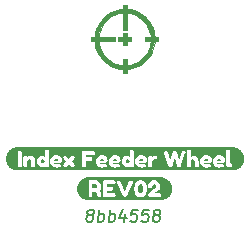
<source format=gto>
G04 #@! TF.GenerationSoftware,KiCad,Pcbnew,6.0.0-d3dd2cf0fa~116~ubuntu21.10.1*
G04 #@! TF.CreationDate,2022-02-12T15:32:37+00:00*
G04 #@! TF.ProjectId,indexingWheel,696e6465-7869-46e6-9757-6865656c2e6b,rev?*
G04 #@! TF.SameCoordinates,Original*
G04 #@! TF.FileFunction,Legend,Top*
G04 #@! TF.FilePolarity,Positive*
%FSLAX46Y46*%
G04 Gerber Fmt 4.6, Leading zero omitted, Abs format (unit mm)*
G04 Created by KiCad (PCBNEW 6.0.0-d3dd2cf0fa~116~ubuntu21.10.1) date 2022-02-12 15:32:37*
%MOMM*%
%LPD*%
G01*
G04 APERTURE LIST*
%ADD10C,0.150000*%
%ADD11C,0.010000*%
G04 APERTURE END LIST*
D10*
X150124852Y-107313033D02*
X150035566Y-107265414D01*
X149993899Y-107217795D01*
X149958185Y-107122557D01*
X149964137Y-107074938D01*
X150023661Y-106979700D01*
X150077233Y-106932081D01*
X150178423Y-106884461D01*
X150368899Y-106884461D01*
X150458185Y-106932081D01*
X150499852Y-106979700D01*
X150535566Y-107074938D01*
X150529613Y-107122557D01*
X150470090Y-107217795D01*
X150416518Y-107265414D01*
X150315328Y-107313033D01*
X150124852Y-107313033D01*
X150023661Y-107360652D01*
X149970090Y-107408271D01*
X149910566Y-107503509D01*
X149886756Y-107693985D01*
X149922471Y-107789223D01*
X149964137Y-107836842D01*
X150053423Y-107884461D01*
X150243899Y-107884461D01*
X150345090Y-107836842D01*
X150398661Y-107789223D01*
X150458185Y-107693985D01*
X150481994Y-107503509D01*
X150446280Y-107408271D01*
X150404613Y-107360652D01*
X150315328Y-107313033D01*
X150862947Y-107884461D02*
X150987947Y-106884461D01*
X150940328Y-107265414D02*
X151041518Y-107217795D01*
X151231994Y-107217795D01*
X151321280Y-107265414D01*
X151362947Y-107313033D01*
X151398661Y-107408271D01*
X151362947Y-107693985D01*
X151303423Y-107789223D01*
X151249852Y-107836842D01*
X151148661Y-107884461D01*
X150958185Y-107884461D01*
X150868899Y-107836842D01*
X151767709Y-107884461D02*
X151892709Y-106884461D01*
X151845090Y-107265414D02*
X151946280Y-107217795D01*
X152136756Y-107217795D01*
X152226042Y-107265414D01*
X152267709Y-107313033D01*
X152303423Y-107408271D01*
X152267709Y-107693985D01*
X152208185Y-107789223D01*
X152154613Y-107836842D01*
X152053423Y-107884461D01*
X151862947Y-107884461D01*
X151773661Y-107836842D01*
X153184375Y-107217795D02*
X153101042Y-107884461D01*
X152993899Y-106836842D02*
X152666518Y-107551128D01*
X153285566Y-107551128D01*
X154226042Y-106884461D02*
X153749852Y-106884461D01*
X153642709Y-107360652D01*
X153696280Y-107313033D01*
X153797471Y-107265414D01*
X154035566Y-107265414D01*
X154124852Y-107313033D01*
X154166518Y-107360652D01*
X154202233Y-107455890D01*
X154172471Y-107693985D01*
X154112947Y-107789223D01*
X154059375Y-107836842D01*
X153958185Y-107884461D01*
X153720090Y-107884461D01*
X153630804Y-107836842D01*
X153589137Y-107789223D01*
X155178423Y-106884461D02*
X154702233Y-106884461D01*
X154595090Y-107360652D01*
X154648661Y-107313033D01*
X154749852Y-107265414D01*
X154987947Y-107265414D01*
X155077233Y-107313033D01*
X155118899Y-107360652D01*
X155154613Y-107455890D01*
X155124852Y-107693985D01*
X155065328Y-107789223D01*
X155011756Y-107836842D01*
X154910566Y-107884461D01*
X154672471Y-107884461D01*
X154583185Y-107836842D01*
X154541518Y-107789223D01*
X155743899Y-107313033D02*
X155654613Y-107265414D01*
X155612947Y-107217795D01*
X155577233Y-107122557D01*
X155583185Y-107074938D01*
X155642709Y-106979700D01*
X155696280Y-106932081D01*
X155797471Y-106884461D01*
X155987947Y-106884461D01*
X156077233Y-106932081D01*
X156118899Y-106979700D01*
X156154613Y-107074938D01*
X156148661Y-107122557D01*
X156089137Y-107217795D01*
X156035566Y-107265414D01*
X155934375Y-107313033D01*
X155743899Y-107313033D01*
X155642709Y-107360652D01*
X155589137Y-107408271D01*
X155529613Y-107503509D01*
X155505804Y-107693985D01*
X155541518Y-107789223D01*
X155583185Y-107836842D01*
X155672471Y-107884461D01*
X155862947Y-107884461D01*
X155964137Y-107836842D01*
X156017709Y-107789223D01*
X156077233Y-107693985D01*
X156101042Y-107503509D01*
X156065328Y-107408271D01*
X156023661Y-107360652D01*
X155934375Y-107313033D01*
D11*
X153282191Y-89868183D02*
X153376727Y-89877869D01*
X153376727Y-89877869D02*
X153635818Y-89918542D01*
X153635818Y-89918542D02*
X153891128Y-89987109D01*
X153891128Y-89987109D02*
X154142837Y-90083621D01*
X154142837Y-90083621D02*
X154262913Y-90140131D01*
X154262913Y-90140131D02*
X154405532Y-90215732D01*
X154405532Y-90215732D02*
X154532392Y-90293343D01*
X154532392Y-90293343D02*
X154650671Y-90378210D01*
X154650671Y-90378210D02*
X154767549Y-90475573D01*
X154767549Y-90475573D02*
X154890203Y-90590678D01*
X154890203Y-90590678D02*
X154919412Y-90619638D01*
X154919412Y-90619638D02*
X155039244Y-90744589D01*
X155039244Y-90744589D02*
X155140152Y-90862143D01*
X155140152Y-90862143D02*
X155227380Y-90979479D01*
X155227380Y-90979479D02*
X155306170Y-91103775D01*
X155306170Y-91103775D02*
X155381767Y-91242211D01*
X155381767Y-91242211D02*
X155398919Y-91276136D01*
X155398919Y-91276136D02*
X155508919Y-91526173D01*
X155508919Y-91526173D02*
X155590947Y-91779725D01*
X155590947Y-91779725D02*
X155645057Y-92036972D01*
X155645057Y-92036972D02*
X155661181Y-92162322D01*
X155661181Y-92162322D02*
X155670866Y-92256859D01*
X155670866Y-92256859D02*
X155963302Y-92256859D01*
X155963302Y-92256859D02*
X155963302Y-92581414D01*
X155963302Y-92581414D02*
X155670257Y-92581414D01*
X155670257Y-92581414D02*
X155660393Y-92676664D01*
X155660393Y-92676664D02*
X155620517Y-92933090D01*
X155620517Y-92933090D02*
X155554335Y-93183114D01*
X155554335Y-93183114D02*
X155461094Y-93429289D01*
X155461094Y-93429289D02*
X155398919Y-93562136D01*
X155398919Y-93562136D02*
X155323318Y-93704755D01*
X155323318Y-93704755D02*
X155245706Y-93831615D01*
X155245706Y-93831615D02*
X155160840Y-93949894D01*
X155160840Y-93949894D02*
X155063477Y-94066772D01*
X155063477Y-94066772D02*
X154948372Y-94189426D01*
X154948372Y-94189426D02*
X154919412Y-94218635D01*
X154919412Y-94218635D02*
X154794461Y-94338467D01*
X154794461Y-94338467D02*
X154676907Y-94439375D01*
X154676907Y-94439375D02*
X154559571Y-94526603D01*
X154559571Y-94526603D02*
X154435274Y-94605393D01*
X154435274Y-94605393D02*
X154296838Y-94680990D01*
X154296838Y-94680990D02*
X154262913Y-94698142D01*
X154262913Y-94698142D02*
X154012877Y-94808142D01*
X154012877Y-94808142D02*
X153759324Y-94890170D01*
X153759324Y-94890170D02*
X153502078Y-94944280D01*
X153502078Y-94944280D02*
X153376727Y-94960404D01*
X153376727Y-94960404D02*
X153282191Y-94970089D01*
X153282191Y-94970089D02*
X153282191Y-95262525D01*
X153282191Y-95262525D02*
X152957636Y-95262525D01*
X152957636Y-95262525D02*
X152957636Y-94970089D01*
X152957636Y-94970089D02*
X152863099Y-94960404D01*
X152863099Y-94960404D02*
X152604009Y-94919730D01*
X152604009Y-94919730D02*
X152348698Y-94851164D01*
X152348698Y-94851164D02*
X152096990Y-94754651D01*
X152096990Y-94754651D02*
X151976913Y-94698142D01*
X151976913Y-94698142D02*
X151834295Y-94622541D01*
X151834295Y-94622541D02*
X151707435Y-94544929D01*
X151707435Y-94544929D02*
X151589156Y-94460063D01*
X151589156Y-94460063D02*
X151472278Y-94362700D01*
X151472278Y-94362700D02*
X151349623Y-94247595D01*
X151349623Y-94247595D02*
X151320415Y-94218635D01*
X151320415Y-94218635D02*
X151200583Y-94093684D01*
X151200583Y-94093684D02*
X151099675Y-93976130D01*
X151099675Y-93976130D02*
X151012447Y-93858794D01*
X151012447Y-93858794D02*
X150933656Y-93734497D01*
X150933656Y-93734497D02*
X150858060Y-93596061D01*
X150858060Y-93596061D02*
X150840908Y-93562136D01*
X150840908Y-93562136D02*
X150730908Y-93312100D01*
X150730908Y-93312100D02*
X150648879Y-93058547D01*
X150648879Y-93058547D02*
X150594770Y-92801301D01*
X150594770Y-92801301D02*
X150578646Y-92675950D01*
X150578646Y-92675950D02*
X150568960Y-92581414D01*
X150568960Y-92581414D02*
X150276525Y-92581414D01*
X150276525Y-92581414D02*
X150276525Y-92256859D01*
X150276525Y-92256859D02*
X150568960Y-92256859D01*
X150568960Y-92256859D02*
X150907627Y-92256859D01*
X150907627Y-92256859D02*
X152322636Y-92256859D01*
X152322636Y-92256859D02*
X152322636Y-92581414D01*
X152322636Y-92581414D02*
X150907627Y-92581414D01*
X150907627Y-92581414D02*
X150917334Y-92676664D01*
X150917334Y-92676664D02*
X150953219Y-92896394D01*
X150953219Y-92896394D02*
X151015264Y-93116648D01*
X151015264Y-93116648D02*
X151101747Y-93333556D01*
X151101747Y-93333556D02*
X151210951Y-93543246D01*
X151210951Y-93543246D02*
X151341154Y-93741847D01*
X151341154Y-93741847D02*
X151453057Y-93882939D01*
X151453057Y-93882939D02*
X151606262Y-94040902D01*
X151606262Y-94040902D02*
X151780908Y-94185458D01*
X151780908Y-94185458D02*
X151972315Y-94313885D01*
X151972315Y-94313885D02*
X152175803Y-94423464D01*
X152175803Y-94423464D02*
X152386693Y-94511471D01*
X152386693Y-94511471D02*
X152600304Y-94575187D01*
X152600304Y-94575187D02*
X152669390Y-94590183D01*
X152669390Y-94590183D02*
X152742621Y-94604410D01*
X152742621Y-94604410D02*
X152794978Y-94614006D01*
X152794978Y-94614006D02*
X152833238Y-94619991D01*
X152833238Y-94619991D02*
X152864176Y-94623384D01*
X152864176Y-94623384D02*
X152894571Y-94625206D01*
X152894571Y-94625206D02*
X152904719Y-94625604D01*
X152904719Y-94625604D02*
X152957636Y-94627525D01*
X152957636Y-94627525D02*
X152957636Y-94133636D01*
X152957636Y-94133636D02*
X153282191Y-94133636D01*
X153282191Y-94133636D02*
X153282191Y-94631423D01*
X153282191Y-94631423D02*
X153377441Y-94621716D01*
X153377441Y-94621716D02*
X153596156Y-94585964D01*
X153596156Y-94585964D02*
X153814948Y-94524416D01*
X153814948Y-94524416D02*
X154029767Y-94439195D01*
X154029767Y-94439195D02*
X154236564Y-94332424D01*
X154236564Y-94332424D02*
X154431289Y-94206227D01*
X154431289Y-94206227D02*
X154609891Y-94062726D01*
X154609891Y-94062726D02*
X154768321Y-93904045D01*
X154768321Y-93904045D02*
X154786770Y-93882939D01*
X154786770Y-93882939D02*
X154931780Y-93695351D01*
X154931780Y-93695351D02*
X155057095Y-93493732D01*
X155057095Y-93493732D02*
X155160997Y-93281954D01*
X155160997Y-93281954D02*
X155241765Y-93063889D01*
X155241765Y-93063889D02*
X155297682Y-92843407D01*
X155297682Y-92843407D02*
X155322493Y-92676664D01*
X155322493Y-92676664D02*
X155332200Y-92581414D01*
X155332200Y-92581414D02*
X154834413Y-92581414D01*
X154834413Y-92581414D02*
X154834413Y-92256859D01*
X154834413Y-92256859D02*
X155332200Y-92256859D01*
X155332200Y-92256859D02*
X155322493Y-92161609D01*
X155322493Y-92161609D02*
X155286607Y-91941879D01*
X155286607Y-91941879D02*
X155224563Y-91721625D01*
X155224563Y-91721625D02*
X155138080Y-91504717D01*
X155138080Y-91504717D02*
X155028876Y-91295027D01*
X155028876Y-91295027D02*
X154898672Y-91096426D01*
X154898672Y-91096426D02*
X154786770Y-90955334D01*
X154786770Y-90955334D02*
X154631189Y-90794878D01*
X154631189Y-90794878D02*
X154454921Y-90649334D01*
X154454921Y-90649334D02*
X154262017Y-90520824D01*
X154262017Y-90520824D02*
X154056527Y-90411472D01*
X154056527Y-90411472D02*
X153842501Y-90323400D01*
X153842501Y-90323400D02*
X153623989Y-90258732D01*
X153623989Y-90258732D02*
X153405040Y-90219590D01*
X153405040Y-90219590D02*
X153377441Y-90216557D01*
X153377441Y-90216557D02*
X153282191Y-90206850D01*
X153282191Y-90206850D02*
X153282191Y-91621859D01*
X153282191Y-91621859D02*
X152957636Y-91621859D01*
X152957636Y-91621859D02*
X152957636Y-90206850D01*
X152957636Y-90206850D02*
X152862386Y-90216557D01*
X152862386Y-90216557D02*
X152643671Y-90252309D01*
X152643671Y-90252309D02*
X152424879Y-90313857D01*
X152424879Y-90313857D02*
X152210060Y-90399078D01*
X152210060Y-90399078D02*
X152003263Y-90505848D01*
X152003263Y-90505848D02*
X151808538Y-90632046D01*
X151808538Y-90632046D02*
X151629936Y-90775547D01*
X151629936Y-90775547D02*
X151471506Y-90934228D01*
X151471506Y-90934228D02*
X151453057Y-90955334D01*
X151453057Y-90955334D02*
X151308047Y-91142922D01*
X151308047Y-91142922D02*
X151182732Y-91344541D01*
X151182732Y-91344541D02*
X151078830Y-91556319D01*
X151078830Y-91556319D02*
X150998062Y-91774384D01*
X150998062Y-91774384D02*
X150942145Y-91994865D01*
X150942145Y-91994865D02*
X150917334Y-92161609D01*
X150917334Y-92161609D02*
X150907627Y-92256859D01*
X150907627Y-92256859D02*
X150568960Y-92256859D01*
X150568960Y-92256859D02*
X150578646Y-92162322D01*
X150578646Y-92162322D02*
X150619319Y-91903232D01*
X150619319Y-91903232D02*
X150687886Y-91647921D01*
X150687886Y-91647921D02*
X150784398Y-91396213D01*
X150784398Y-91396213D02*
X150840908Y-91276136D01*
X150840908Y-91276136D02*
X150916509Y-91133518D01*
X150916509Y-91133518D02*
X150994120Y-91006658D01*
X150994120Y-91006658D02*
X151078987Y-90888379D01*
X151078987Y-90888379D02*
X151176350Y-90771501D01*
X151176350Y-90771501D02*
X151291455Y-90648846D01*
X151291455Y-90648846D02*
X151320415Y-90619638D01*
X151320415Y-90619638D02*
X151445366Y-90499806D01*
X151445366Y-90499806D02*
X151562920Y-90398898D01*
X151562920Y-90398898D02*
X151680256Y-90311670D01*
X151680256Y-90311670D02*
X151804552Y-90232879D01*
X151804552Y-90232879D02*
X151942988Y-90157283D01*
X151942988Y-90157283D02*
X151976913Y-90140131D01*
X151976913Y-90140131D02*
X152226950Y-90030131D01*
X152226950Y-90030131D02*
X152480502Y-89948102D01*
X152480502Y-89948102D02*
X152737749Y-89893993D01*
X152737749Y-89893993D02*
X152863099Y-89877869D01*
X152863099Y-89877869D02*
X152957636Y-89868183D01*
X152957636Y-89868183D02*
X152957636Y-89575748D01*
X152957636Y-89575748D02*
X153282191Y-89575748D01*
X153282191Y-89575748D02*
X153282191Y-89868183D01*
X153282191Y-89868183D02*
X153282191Y-89868183D01*
G36*
X150619319Y-91903232D02*
G01*
X150687886Y-91647921D01*
X150784398Y-91396213D01*
X150840908Y-91276136D01*
X150916509Y-91133518D01*
X150994120Y-91006658D01*
X151078987Y-90888379D01*
X151176350Y-90771501D01*
X151291455Y-90648846D01*
X151320415Y-90619638D01*
X151445366Y-90499806D01*
X151562920Y-90398898D01*
X151680256Y-90311670D01*
X151804552Y-90232879D01*
X151942988Y-90157283D01*
X151976913Y-90140131D01*
X152226950Y-90030131D01*
X152480502Y-89948102D01*
X152737749Y-89893993D01*
X152863099Y-89877869D01*
X152957636Y-89868183D01*
X152957636Y-89575748D01*
X153282191Y-89575748D01*
X153282191Y-89868183D01*
X153376727Y-89877869D01*
X153635818Y-89918542D01*
X153891128Y-89987109D01*
X154142837Y-90083621D01*
X154262913Y-90140131D01*
X154405532Y-90215732D01*
X154532392Y-90293343D01*
X154650671Y-90378210D01*
X154767549Y-90475573D01*
X154890203Y-90590678D01*
X154919412Y-90619638D01*
X155039244Y-90744589D01*
X155140152Y-90862143D01*
X155227380Y-90979479D01*
X155306170Y-91103775D01*
X155381767Y-91242211D01*
X155398919Y-91276136D01*
X155508919Y-91526173D01*
X155590947Y-91779725D01*
X155645057Y-92036972D01*
X155661181Y-92162322D01*
X155670866Y-92256859D01*
X155963302Y-92256859D01*
X155963302Y-92581414D01*
X155670257Y-92581414D01*
X155660393Y-92676664D01*
X155620517Y-92933090D01*
X155554335Y-93183114D01*
X155461094Y-93429289D01*
X155398919Y-93562136D01*
X155323318Y-93704755D01*
X155245706Y-93831615D01*
X155160840Y-93949894D01*
X155063477Y-94066772D01*
X154948372Y-94189426D01*
X154919412Y-94218635D01*
X154794461Y-94338467D01*
X154676907Y-94439375D01*
X154559571Y-94526603D01*
X154435274Y-94605393D01*
X154296838Y-94680990D01*
X154262913Y-94698142D01*
X154012877Y-94808142D01*
X153759324Y-94890170D01*
X153502078Y-94944280D01*
X153376727Y-94960404D01*
X153282191Y-94970089D01*
X153282191Y-95262525D01*
X152957636Y-95262525D01*
X152957636Y-94970089D01*
X152863099Y-94960404D01*
X152604009Y-94919730D01*
X152348698Y-94851164D01*
X152096990Y-94754651D01*
X151976913Y-94698142D01*
X151834295Y-94622541D01*
X151707435Y-94544929D01*
X151589156Y-94460063D01*
X151472278Y-94362700D01*
X151349623Y-94247595D01*
X151320415Y-94218635D01*
X151200583Y-94093684D01*
X151099675Y-93976130D01*
X151012447Y-93858794D01*
X150933656Y-93734497D01*
X150858060Y-93596061D01*
X150840908Y-93562136D01*
X150730908Y-93312100D01*
X150648879Y-93058547D01*
X150594770Y-92801301D01*
X150578646Y-92675950D01*
X150568960Y-92581414D01*
X150276525Y-92581414D01*
X150276525Y-92256859D01*
X150568960Y-92256859D01*
X150907627Y-92256859D01*
X152322636Y-92256859D01*
X152322636Y-92581414D01*
X150907627Y-92581414D01*
X150917334Y-92676664D01*
X150953219Y-92896394D01*
X151015264Y-93116648D01*
X151101747Y-93333556D01*
X151210951Y-93543246D01*
X151341154Y-93741847D01*
X151453057Y-93882939D01*
X151606262Y-94040902D01*
X151780908Y-94185458D01*
X151972315Y-94313885D01*
X152175803Y-94423464D01*
X152386693Y-94511471D01*
X152600304Y-94575187D01*
X152669390Y-94590183D01*
X152742621Y-94604410D01*
X152794978Y-94614006D01*
X152833238Y-94619991D01*
X152864176Y-94623384D01*
X152894571Y-94625206D01*
X152904719Y-94625604D01*
X152957636Y-94627525D01*
X152957636Y-94133636D01*
X153282191Y-94133636D01*
X153282191Y-94631423D01*
X153377441Y-94621716D01*
X153596156Y-94585964D01*
X153814948Y-94524416D01*
X154029767Y-94439195D01*
X154236564Y-94332424D01*
X154431289Y-94206227D01*
X154609891Y-94062726D01*
X154768321Y-93904045D01*
X154786770Y-93882939D01*
X154931780Y-93695351D01*
X155057095Y-93493732D01*
X155160997Y-93281954D01*
X155241765Y-93063889D01*
X155297682Y-92843407D01*
X155322493Y-92676664D01*
X155332200Y-92581414D01*
X154834413Y-92581414D01*
X154834413Y-92256859D01*
X155332200Y-92256859D01*
X155322493Y-92161609D01*
X155286607Y-91941879D01*
X155224563Y-91721625D01*
X155138080Y-91504717D01*
X155028876Y-91295027D01*
X154898672Y-91096426D01*
X154786770Y-90955334D01*
X154631189Y-90794878D01*
X154454921Y-90649334D01*
X154262017Y-90520824D01*
X154056527Y-90411472D01*
X153842501Y-90323400D01*
X153623989Y-90258732D01*
X153405040Y-90219590D01*
X153377441Y-90216557D01*
X153282191Y-90206850D01*
X153282191Y-91621859D01*
X152957636Y-91621859D01*
X152957636Y-90206850D01*
X152862386Y-90216557D01*
X152643671Y-90252309D01*
X152424879Y-90313857D01*
X152210060Y-90399078D01*
X152003263Y-90505848D01*
X151808538Y-90632046D01*
X151629936Y-90775547D01*
X151471506Y-90934228D01*
X151453057Y-90955334D01*
X151308047Y-91142922D01*
X151182732Y-91344541D01*
X151078830Y-91556319D01*
X150998062Y-91774384D01*
X150942145Y-91994865D01*
X150917334Y-92161609D01*
X150907627Y-92256859D01*
X150568960Y-92256859D01*
X150578646Y-92162322D01*
X150619319Y-91903232D01*
G37*
X150619319Y-91903232D02*
X150687886Y-91647921D01*
X150784398Y-91396213D01*
X150840908Y-91276136D01*
X150916509Y-91133518D01*
X150994120Y-91006658D01*
X151078987Y-90888379D01*
X151176350Y-90771501D01*
X151291455Y-90648846D01*
X151320415Y-90619638D01*
X151445366Y-90499806D01*
X151562920Y-90398898D01*
X151680256Y-90311670D01*
X151804552Y-90232879D01*
X151942988Y-90157283D01*
X151976913Y-90140131D01*
X152226950Y-90030131D01*
X152480502Y-89948102D01*
X152737749Y-89893993D01*
X152863099Y-89877869D01*
X152957636Y-89868183D01*
X152957636Y-89575748D01*
X153282191Y-89575748D01*
X153282191Y-89868183D01*
X153376727Y-89877869D01*
X153635818Y-89918542D01*
X153891128Y-89987109D01*
X154142837Y-90083621D01*
X154262913Y-90140131D01*
X154405532Y-90215732D01*
X154532392Y-90293343D01*
X154650671Y-90378210D01*
X154767549Y-90475573D01*
X154890203Y-90590678D01*
X154919412Y-90619638D01*
X155039244Y-90744589D01*
X155140152Y-90862143D01*
X155227380Y-90979479D01*
X155306170Y-91103775D01*
X155381767Y-91242211D01*
X155398919Y-91276136D01*
X155508919Y-91526173D01*
X155590947Y-91779725D01*
X155645057Y-92036972D01*
X155661181Y-92162322D01*
X155670866Y-92256859D01*
X155963302Y-92256859D01*
X155963302Y-92581414D01*
X155670257Y-92581414D01*
X155660393Y-92676664D01*
X155620517Y-92933090D01*
X155554335Y-93183114D01*
X155461094Y-93429289D01*
X155398919Y-93562136D01*
X155323318Y-93704755D01*
X155245706Y-93831615D01*
X155160840Y-93949894D01*
X155063477Y-94066772D01*
X154948372Y-94189426D01*
X154919412Y-94218635D01*
X154794461Y-94338467D01*
X154676907Y-94439375D01*
X154559571Y-94526603D01*
X154435274Y-94605393D01*
X154296838Y-94680990D01*
X154262913Y-94698142D01*
X154012877Y-94808142D01*
X153759324Y-94890170D01*
X153502078Y-94944280D01*
X153376727Y-94960404D01*
X153282191Y-94970089D01*
X153282191Y-95262525D01*
X152957636Y-95262525D01*
X152957636Y-94970089D01*
X152863099Y-94960404D01*
X152604009Y-94919730D01*
X152348698Y-94851164D01*
X152096990Y-94754651D01*
X151976913Y-94698142D01*
X151834295Y-94622541D01*
X151707435Y-94544929D01*
X151589156Y-94460063D01*
X151472278Y-94362700D01*
X151349623Y-94247595D01*
X151320415Y-94218635D01*
X151200583Y-94093684D01*
X151099675Y-93976130D01*
X151012447Y-93858794D01*
X150933656Y-93734497D01*
X150858060Y-93596061D01*
X150840908Y-93562136D01*
X150730908Y-93312100D01*
X150648879Y-93058547D01*
X150594770Y-92801301D01*
X150578646Y-92675950D01*
X150568960Y-92581414D01*
X150276525Y-92581414D01*
X150276525Y-92256859D01*
X150568960Y-92256859D01*
X150907627Y-92256859D01*
X152322636Y-92256859D01*
X152322636Y-92581414D01*
X150907627Y-92581414D01*
X150917334Y-92676664D01*
X150953219Y-92896394D01*
X151015264Y-93116648D01*
X151101747Y-93333556D01*
X151210951Y-93543246D01*
X151341154Y-93741847D01*
X151453057Y-93882939D01*
X151606262Y-94040902D01*
X151780908Y-94185458D01*
X151972315Y-94313885D01*
X152175803Y-94423464D01*
X152386693Y-94511471D01*
X152600304Y-94575187D01*
X152669390Y-94590183D01*
X152742621Y-94604410D01*
X152794978Y-94614006D01*
X152833238Y-94619991D01*
X152864176Y-94623384D01*
X152894571Y-94625206D01*
X152904719Y-94625604D01*
X152957636Y-94627525D01*
X152957636Y-94133636D01*
X153282191Y-94133636D01*
X153282191Y-94631423D01*
X153377441Y-94621716D01*
X153596156Y-94585964D01*
X153814948Y-94524416D01*
X154029767Y-94439195D01*
X154236564Y-94332424D01*
X154431289Y-94206227D01*
X154609891Y-94062726D01*
X154768321Y-93904045D01*
X154786770Y-93882939D01*
X154931780Y-93695351D01*
X155057095Y-93493732D01*
X155160997Y-93281954D01*
X155241765Y-93063889D01*
X155297682Y-92843407D01*
X155322493Y-92676664D01*
X155332200Y-92581414D01*
X154834413Y-92581414D01*
X154834413Y-92256859D01*
X155332200Y-92256859D01*
X155322493Y-92161609D01*
X155286607Y-91941879D01*
X155224563Y-91721625D01*
X155138080Y-91504717D01*
X155028876Y-91295027D01*
X154898672Y-91096426D01*
X154786770Y-90955334D01*
X154631189Y-90794878D01*
X154454921Y-90649334D01*
X154262017Y-90520824D01*
X154056527Y-90411472D01*
X153842501Y-90323400D01*
X153623989Y-90258732D01*
X153405040Y-90219590D01*
X153377441Y-90216557D01*
X153282191Y-90206850D01*
X153282191Y-91621859D01*
X152957636Y-91621859D01*
X152957636Y-90206850D01*
X152862386Y-90216557D01*
X152643671Y-90252309D01*
X152424879Y-90313857D01*
X152210060Y-90399078D01*
X152003263Y-90505848D01*
X151808538Y-90632046D01*
X151629936Y-90775547D01*
X151471506Y-90934228D01*
X151453057Y-90955334D01*
X151308047Y-91142922D01*
X151182732Y-91344541D01*
X151078830Y-91556319D01*
X150998062Y-91774384D01*
X150942145Y-91994865D01*
X150917334Y-92161609D01*
X150907627Y-92256859D01*
X150568960Y-92256859D01*
X150578646Y-92162322D01*
X150619319Y-91903232D01*
X153285297Y-92069886D02*
X153289247Y-92249803D01*
X153289247Y-92249803D02*
X153469163Y-92253752D01*
X153469163Y-92253752D02*
X153649080Y-92257702D01*
X153649080Y-92257702D02*
X153649080Y-92580571D01*
X153649080Y-92580571D02*
X153469163Y-92584520D01*
X153469163Y-92584520D02*
X153289247Y-92588470D01*
X153289247Y-92588470D02*
X153285297Y-92768386D01*
X153285297Y-92768386D02*
X153281348Y-92948303D01*
X153281348Y-92948303D02*
X152958479Y-92948303D01*
X152958479Y-92948303D02*
X152954529Y-92768386D01*
X152954529Y-92768386D02*
X152950580Y-92588470D01*
X152950580Y-92588470D02*
X152770663Y-92584520D01*
X152770663Y-92584520D02*
X152590747Y-92580571D01*
X152590747Y-92580571D02*
X152590747Y-92257702D01*
X152590747Y-92257702D02*
X152770663Y-92253752D01*
X152770663Y-92253752D02*
X152950580Y-92249803D01*
X152950580Y-92249803D02*
X152954529Y-92069886D01*
X152954529Y-92069886D02*
X152958479Y-91889970D01*
X152958479Y-91889970D02*
X153281348Y-91889970D01*
X153281348Y-91889970D02*
X153285297Y-92069886D01*
X153285297Y-92069886D02*
X153285297Y-92069886D01*
G36*
X153285297Y-92069886D02*
G01*
X153289247Y-92249803D01*
X153469163Y-92253752D01*
X153649080Y-92257702D01*
X153649080Y-92580571D01*
X153469163Y-92584520D01*
X153289247Y-92588470D01*
X153285297Y-92768386D01*
X153281348Y-92948303D01*
X152958479Y-92948303D01*
X152954529Y-92768386D01*
X152950580Y-92588470D01*
X152770663Y-92584520D01*
X152590747Y-92580571D01*
X152590747Y-92257702D01*
X152770663Y-92253752D01*
X152950580Y-92249803D01*
X152954529Y-92069886D01*
X152958479Y-91889970D01*
X153281348Y-91889970D01*
X153285297Y-92069886D01*
G37*
X153285297Y-92069886D02*
X153289247Y-92249803D01*
X153469163Y-92253752D01*
X153649080Y-92257702D01*
X153649080Y-92580571D01*
X153469163Y-92584520D01*
X153289247Y-92588470D01*
X153285297Y-92768386D01*
X153281348Y-92948303D01*
X152958479Y-92948303D01*
X152954529Y-92768386D01*
X152950580Y-92588470D01*
X152770663Y-92584520D01*
X152590747Y-92580571D01*
X152590747Y-92257702D01*
X152770663Y-92253752D01*
X152950580Y-92249803D01*
X152954529Y-92069886D01*
X152958479Y-91889970D01*
X153281348Y-91889970D01*
X153285297Y-92069886D01*
G36*
X154643521Y-102580656D02*
G01*
X154676858Y-102651141D01*
X154604468Y-102712101D01*
X154364438Y-102712101D01*
X154425398Y-102604469D01*
X154548271Y-102553986D01*
X154643521Y-102580656D01*
G37*
G36*
X146312956Y-102662571D02*
G01*
X146357723Y-102777824D01*
X146311051Y-102891171D01*
X146193893Y-102942606D01*
X146073878Y-102891171D01*
X146024348Y-102776871D01*
X146070068Y-102661619D01*
X146191988Y-102609231D01*
X146312956Y-102662571D01*
G37*
G36*
X160143256Y-102580656D02*
G01*
X160176593Y-102651141D01*
X160104203Y-102712101D01*
X159864173Y-102712101D01*
X159925133Y-102604469D01*
X160048006Y-102553986D01*
X160143256Y-102580656D01*
G37*
G36*
X143968940Y-103536015D02*
G01*
X143872965Y-103521779D01*
X143778846Y-103498203D01*
X143687492Y-103465516D01*
X143599782Y-103424032D01*
X143516560Y-103374151D01*
X143438628Y-103316353D01*
X143366736Y-103251194D01*
X143301578Y-103179302D01*
X143248949Y-103108341D01*
X144066008Y-103108341D01*
X144077438Y-103205496D01*
X144127921Y-103259789D01*
X144233648Y-103277886D01*
X144331756Y-103265027D01*
X144382238Y-103226451D01*
X144400336Y-103176921D01*
X144403193Y-103110246D01*
X144403193Y-103108341D01*
X144555593Y-103108341D01*
X144558451Y-103174064D01*
X144574643Y-103224546D01*
X144624649Y-103263122D01*
X144721328Y-103275981D01*
X144818959Y-103263122D01*
X144868013Y-103224546D01*
X144886111Y-103175969D01*
X144888968Y-103110246D01*
X144888968Y-102773061D01*
X144935641Y-102653046D01*
X145057561Y-102607326D01*
X145177576Y-102651141D01*
X145222343Y-102773061D01*
X145222343Y-103108341D01*
X145233773Y-103205496D01*
X145283303Y-103258360D01*
X145389983Y-103275981D01*
X145488091Y-103263122D01*
X145538573Y-103224546D01*
X145554766Y-103175969D01*
X145557623Y-103110246D01*
X145557623Y-102775919D01*
X145690973Y-102775919D01*
X145706636Y-102903130D01*
X145753626Y-103019335D01*
X145831943Y-103124534D01*
X145929310Y-103207613D01*
X146033450Y-103257460D01*
X146144363Y-103274076D01*
X146271522Y-103251216D01*
X146367248Y-103182636D01*
X146411777Y-103252645D01*
X146514886Y-103275981D01*
X146621327Y-103263122D01*
X146675858Y-103224546D01*
X146693956Y-103175969D01*
X146696813Y-103110246D01*
X146696813Y-102780681D01*
X146820638Y-102780681D01*
X146833973Y-102903659D01*
X146873978Y-103018594D01*
X146940653Y-103125486D01*
X147013757Y-103197638D01*
X147111151Y-103254074D01*
X147228546Y-103290507D01*
X147361658Y-103302651D01*
X147539180Y-103292054D01*
X147665982Y-103260265D01*
X147742063Y-103207282D01*
X147767423Y-103133106D01*
X147759617Y-103105484D01*
X147893153Y-103105484D01*
X147962686Y-103221689D01*
X148078891Y-103289316D01*
X148194143Y-103220736D01*
X148405598Y-103009281D01*
X148615148Y-103220736D01*
X148731353Y-103289316D01*
X148847558Y-103221689D01*
X148914452Y-103108341D01*
X149502878Y-103108341D01*
X149514308Y-103205496D01*
X149564791Y-103259789D01*
X149670518Y-103277886D01*
X149768626Y-103265027D01*
X149819108Y-103226451D01*
X149837206Y-103176921D01*
X149840063Y-103110246D01*
X149840063Y-102780681D01*
X150687788Y-102780681D01*
X150701123Y-102903659D01*
X150741128Y-103018594D01*
X150807803Y-103125486D01*
X150880907Y-103197638D01*
X150978301Y-103254074D01*
X151095696Y-103290507D01*
X151228808Y-103302651D01*
X151406330Y-103292054D01*
X151533132Y-103260265D01*
X151609213Y-103207282D01*
X151634573Y-103133106D01*
X151609808Y-103045476D01*
X151505033Y-102959751D01*
X151428833Y-102980706D01*
X151407878Y-102988326D01*
X151333107Y-103005471D01*
X151234523Y-103011186D01*
X151108793Y-102974991D01*
X151045928Y-102885456D01*
X151497413Y-102885456D01*
X151626001Y-102829259D01*
X151655633Y-102780681D01*
X151779353Y-102780681D01*
X151792688Y-102903659D01*
X151832693Y-103018594D01*
X151899368Y-103125486D01*
X151972472Y-103197638D01*
X152069866Y-103254074D01*
X152187261Y-103290507D01*
X152320373Y-103302651D01*
X152497895Y-103292054D01*
X152624697Y-103260265D01*
X152700778Y-103207282D01*
X152726138Y-103133106D01*
X152701373Y-103045476D01*
X152596598Y-102959751D01*
X152520398Y-102980706D01*
X152499443Y-102988326D01*
X152424672Y-103005471D01*
X152326088Y-103011186D01*
X152200358Y-102974991D01*
X152137493Y-102885456D01*
X152588978Y-102885456D01*
X152717566Y-102829259D01*
X152750103Y-102775919D01*
X152880443Y-102775919D01*
X152896106Y-102903130D01*
X152943096Y-103019335D01*
X153021413Y-103124534D01*
X153118780Y-103207613D01*
X153222920Y-103257460D01*
X153333833Y-103274076D01*
X153460992Y-103251216D01*
X153556718Y-103182636D01*
X153601247Y-103252645D01*
X153704356Y-103275981D01*
X153810797Y-103263122D01*
X153865328Y-103224546D01*
X153883426Y-103175969D01*
X153886283Y-103110246D01*
X153886283Y-102780681D01*
X154010108Y-102780681D01*
X154023443Y-102903659D01*
X154063448Y-103018594D01*
X154130123Y-103125486D01*
X154203227Y-103197638D01*
X154300621Y-103254074D01*
X154418016Y-103290507D01*
X154551128Y-103302651D01*
X154728650Y-103292054D01*
X154855452Y-103260265D01*
X154931533Y-103207282D01*
X154946472Y-103163586D01*
X155130248Y-103163586D01*
X155164538Y-103245501D01*
X155295983Y-103277886D01*
X155393138Y-103265504D01*
X155444573Y-103228356D01*
X155462671Y-103177874D01*
X155465528Y-103112151D01*
X155465528Y-102712101D01*
X155510296Y-102624471D01*
X155606498Y-102588276D01*
X155689366Y-102603516D01*
X155755088Y-102618756D01*
X155859863Y-102546366D01*
X155896058Y-102413016D01*
X155872246Y-102324433D01*
X155812238Y-102285381D01*
X155745563Y-102269188D01*
X155670316Y-102264426D01*
X155566493Y-102296811D01*
X155489341Y-102348246D01*
X155461718Y-102380631D01*
X155440763Y-102317766D01*
X155390757Y-102284905D01*
X155297888Y-102273951D01*
X155199781Y-102286810D01*
X155149298Y-102325386D01*
X155133106Y-102373963D01*
X155130248Y-102439686D01*
X155130248Y-103163586D01*
X154946472Y-103163586D01*
X154956893Y-103133106D01*
X154932128Y-103045476D01*
X154827353Y-102959751D01*
X154751153Y-102980706D01*
X154730198Y-102988326D01*
X154655427Y-103005471D01*
X154556843Y-103011186D01*
X154431113Y-102974991D01*
X154368248Y-102885456D01*
X154819733Y-102885456D01*
X154948321Y-102829259D01*
X154991897Y-102757821D01*
X155006423Y-102655904D01*
X154990231Y-102543270D01*
X154941653Y-102439686D01*
X154870930Y-102358009D01*
X154782586Y-102299669D01*
X154676620Y-102264664D01*
X154553033Y-102252996D01*
X154406666Y-102268977D01*
X154277443Y-102316919D01*
X154165366Y-102396823D01*
X154079111Y-102503398D01*
X154027359Y-102631350D01*
X154010108Y-102780681D01*
X153886283Y-102780681D01*
X153886283Y-102011061D01*
X156435173Y-102011061D01*
X156456128Y-102104406D01*
X156823793Y-103161681D01*
X156837128Y-103190256D01*
X156889516Y-103247406D01*
X156989528Y-103275981D01*
X157094303Y-103232166D01*
X157124783Y-103194066D01*
X157141928Y-103161681D01*
X157151758Y-103132573D01*
X157178199Y-103054391D01*
X157221252Y-102927137D01*
X157280917Y-102750811D01*
X157357193Y-102525411D01*
X157580078Y-103182636D01*
X157634371Y-103244549D01*
X157731526Y-103275981D01*
X157828681Y-103244549D01*
X157879163Y-103194066D01*
X157892498Y-103161681D01*
X157910292Y-103110246D01*
X158385893Y-103110246D01*
X158388751Y-103176921D01*
X158404943Y-103226451D01*
X158454949Y-103265027D01*
X158551628Y-103277886D01*
X158649259Y-103265504D01*
X158698313Y-103228356D01*
X158716411Y-103177874D01*
X158719268Y-103112151D01*
X158719268Y-102742581D01*
X158778323Y-102650189D01*
X158897386Y-102609231D01*
X159008828Y-102653046D01*
X159052643Y-102774966D01*
X159052643Y-103108341D01*
X159055501Y-103176921D01*
X159073598Y-103228356D01*
X159124081Y-103265504D01*
X159218378Y-103277886D01*
X159316009Y-103265504D01*
X159365063Y-103228356D01*
X159383161Y-103177874D01*
X159386018Y-103112151D01*
X159386018Y-102780681D01*
X159509843Y-102780681D01*
X159523178Y-102903659D01*
X159563183Y-103018594D01*
X159629858Y-103125486D01*
X159702962Y-103197638D01*
X159800356Y-103254074D01*
X159917751Y-103290507D01*
X160050863Y-103302651D01*
X160228385Y-103292054D01*
X160355187Y-103260265D01*
X160431268Y-103207282D01*
X160456628Y-103133106D01*
X160431863Y-103045476D01*
X160327088Y-102959751D01*
X160250888Y-102980706D01*
X160229933Y-102988326D01*
X160155162Y-103005471D01*
X160056578Y-103011186D01*
X159930848Y-102974991D01*
X159867983Y-102885456D01*
X160319468Y-102885456D01*
X160448056Y-102829259D01*
X160477688Y-102780681D01*
X160601408Y-102780681D01*
X160614743Y-102903659D01*
X160654748Y-103018594D01*
X160721423Y-103125486D01*
X160794527Y-103197638D01*
X160891921Y-103254074D01*
X161009316Y-103290507D01*
X161142428Y-103302651D01*
X161319950Y-103292054D01*
X161446752Y-103260265D01*
X161522833Y-103207282D01*
X161548193Y-103133106D01*
X161523428Y-103045476D01*
X161418653Y-102959751D01*
X161342453Y-102980706D01*
X161321498Y-102988326D01*
X161246727Y-103005471D01*
X161148143Y-103011186D01*
X161022413Y-102974991D01*
X160959548Y-102885456D01*
X161411033Y-102885456D01*
X161432828Y-102875931D01*
X161721548Y-102875931D01*
X161734883Y-103052143D01*
X161774888Y-103173111D01*
X161844421Y-103236452D01*
X161965388Y-103270266D01*
X162117788Y-103278839D01*
X162201608Y-103258836D01*
X162230183Y-103208830D01*
X162239708Y-103112151D01*
X162201608Y-102976896D01*
X162169223Y-102960704D01*
X162116836Y-102957846D01*
X162066353Y-102939749D01*
X162054923Y-102853071D01*
X162054923Y-101971056D01*
X162052066Y-101904381D01*
X162033968Y-101852946D01*
X161983486Y-101814370D01*
X161889188Y-101801511D01*
X161791081Y-101814370D01*
X161740598Y-101852946D01*
X161724406Y-101903428D01*
X161721548Y-101969151D01*
X161721548Y-102875931D01*
X161432828Y-102875931D01*
X161539621Y-102829259D01*
X161583197Y-102757821D01*
X161597723Y-102655904D01*
X161581531Y-102543270D01*
X161532953Y-102439686D01*
X161462230Y-102358009D01*
X161373886Y-102299669D01*
X161267920Y-102264664D01*
X161144333Y-102252996D01*
X160997966Y-102268977D01*
X160868743Y-102316919D01*
X160756666Y-102396823D01*
X160670411Y-102503398D01*
X160618659Y-102631350D01*
X160601408Y-102780681D01*
X160477688Y-102780681D01*
X160491632Y-102757821D01*
X160506158Y-102655904D01*
X160489966Y-102543270D01*
X160441388Y-102439686D01*
X160370665Y-102358009D01*
X160282321Y-102299669D01*
X160176355Y-102264664D01*
X160052768Y-102252996D01*
X159906401Y-102268977D01*
X159777178Y-102316919D01*
X159665101Y-102396823D01*
X159578846Y-102503398D01*
X159527094Y-102631350D01*
X159509843Y-102780681D01*
X159386018Y-102780681D01*
X159386018Y-102776871D01*
X159371942Y-102644368D01*
X159329715Y-102526258D01*
X159259336Y-102422541D01*
X159167790Y-102342108D01*
X159062062Y-102293848D01*
X158942153Y-102277761D01*
X158822614Y-102306812D01*
X158719268Y-102393966D01*
X158719268Y-101972961D01*
X158716411Y-101907238D01*
X158698313Y-101856756D01*
X158649736Y-101818180D01*
X158553533Y-101805321D01*
X158455426Y-101818180D01*
X158404943Y-101856756D01*
X158388751Y-101905333D01*
X158385893Y-101971056D01*
X158385893Y-103110246D01*
X157910292Y-103110246D01*
X158258258Y-102104406D01*
X158281118Y-102011061D01*
X158249209Y-101942481D01*
X158153483Y-101889141D01*
X158063948Y-101870091D01*
X158000131Y-101890093D01*
X157964888Y-101931051D01*
X157940123Y-101995821D01*
X157730573Y-102635901D01*
X157511498Y-101974866D01*
X157458158Y-101912953D01*
X157367671Y-101881521D01*
X157288613Y-101894856D01*
X157229082Y-101937718D01*
X157191458Y-102005346D01*
X156983813Y-102632091D01*
X156774263Y-101995821D01*
X156731401Y-101902476D01*
X156662821Y-101871996D01*
X156562808Y-101891046D01*
X156467082Y-101942957D01*
X156435173Y-102011061D01*
X153886283Y-102011061D01*
X153886283Y-101972961D01*
X153883426Y-101907238D01*
X153866281Y-101856756D01*
X153815798Y-101816751D01*
X153719596Y-101805321D01*
X153623393Y-101816751D01*
X153572911Y-101855803D01*
X153555766Y-101905333D01*
X153552908Y-101971056D01*
X153552908Y-102371106D01*
X153459087Y-102299669D01*
X153333833Y-102275856D01*
X153223872Y-102292578D01*
X153120050Y-102342743D01*
X153022366Y-102426351D01*
X152943520Y-102532078D01*
X152896212Y-102648601D01*
X152880443Y-102775919D01*
X152750103Y-102775919D01*
X152761142Y-102757821D01*
X152775668Y-102655904D01*
X152759476Y-102543270D01*
X152710898Y-102439686D01*
X152640175Y-102358009D01*
X152551831Y-102299669D01*
X152445865Y-102264664D01*
X152322278Y-102252996D01*
X152175911Y-102268977D01*
X152046688Y-102316919D01*
X151934611Y-102396823D01*
X151848356Y-102503398D01*
X151796604Y-102631350D01*
X151779353Y-102780681D01*
X151655633Y-102780681D01*
X151669577Y-102757821D01*
X151684103Y-102655904D01*
X151667911Y-102543270D01*
X151619333Y-102439686D01*
X151548610Y-102358009D01*
X151460266Y-102299669D01*
X151354300Y-102264664D01*
X151230713Y-102252996D01*
X151084346Y-102268977D01*
X150955123Y-102316919D01*
X150843046Y-102396823D01*
X150756791Y-102503398D01*
X150705039Y-102631350D01*
X150687788Y-102780681D01*
X149840063Y-102780681D01*
X149840063Y-102750201D01*
X150213443Y-102750201D01*
X150310598Y-102740676D01*
X150364891Y-102688765D01*
X150382988Y-102582561D01*
X150370606Y-102483977D01*
X150333458Y-102432066D01*
X150282976Y-102413968D01*
X150215348Y-102411111D01*
X149840063Y-102411111D01*
X149840063Y-102218706D01*
X150422993Y-102218706D01*
X150490621Y-102215848D01*
X150541103Y-102198703D01*
X150581108Y-102148221D01*
X150592538Y-102051066D01*
X150581108Y-101953911D01*
X150542056Y-101902476D01*
X150492526Y-101884378D01*
X150426803Y-101881521D01*
X149676233Y-101881521D01*
X149539073Y-101916763D01*
X149502878Y-102049161D01*
X149502878Y-103108341D01*
X148914452Y-103108341D01*
X148916138Y-103105484D01*
X148847558Y-102988326D01*
X148636103Y-102774966D01*
X148847558Y-102561606D01*
X148916138Y-102444448D01*
X148847558Y-102327291D01*
X148731353Y-102258711D01*
X148615148Y-102327291D01*
X148405598Y-102540651D01*
X148194143Y-102327291D01*
X148078891Y-102258711D01*
X147962686Y-102327291D01*
X147893153Y-102444448D01*
X147961733Y-102561606D01*
X148173188Y-102774966D01*
X147961733Y-102988326D01*
X147893153Y-103105484D01*
X147759617Y-103105484D01*
X147742658Y-103045476D01*
X147637883Y-102959751D01*
X147561683Y-102980706D01*
X147540728Y-102988326D01*
X147465957Y-103005471D01*
X147367373Y-103011186D01*
X147241643Y-102974991D01*
X147178778Y-102885456D01*
X147630263Y-102885456D01*
X147758851Y-102829259D01*
X147802427Y-102757821D01*
X147816953Y-102655904D01*
X147800761Y-102543270D01*
X147752183Y-102439686D01*
X147681460Y-102358009D01*
X147593116Y-102299669D01*
X147487150Y-102264664D01*
X147363563Y-102252996D01*
X147217196Y-102268977D01*
X147087973Y-102316919D01*
X146975896Y-102396823D01*
X146889641Y-102503398D01*
X146837889Y-102631350D01*
X146820638Y-102780681D01*
X146696813Y-102780681D01*
X146696813Y-101972961D01*
X146693956Y-101907238D01*
X146676811Y-101856756D01*
X146626328Y-101816751D01*
X146530126Y-101805321D01*
X146433923Y-101816751D01*
X146383441Y-101855803D01*
X146366296Y-101905333D01*
X146363438Y-101971056D01*
X146363438Y-102371106D01*
X146269617Y-102299669D01*
X146144363Y-102275856D01*
X146034402Y-102292578D01*
X145930580Y-102342743D01*
X145832896Y-102426351D01*
X145754050Y-102532078D01*
X145706742Y-102648601D01*
X145690973Y-102775919D01*
X145557623Y-102775919D01*
X145557623Y-102774966D01*
X145543547Y-102642357D01*
X145501320Y-102523929D01*
X145430941Y-102419683D01*
X145339395Y-102338721D01*
X145233667Y-102290143D01*
X145113758Y-102273951D01*
X144970883Y-102317766D01*
X144919448Y-102357771D01*
X144885158Y-102395871D01*
X144866108Y-102317766D01*
X144817054Y-102284905D01*
X144723233Y-102273951D01*
X144626554Y-102285857D01*
X144576548Y-102321576D01*
X144558451Y-102370153D01*
X144555593Y-102433971D01*
X144555593Y-103108341D01*
X144403193Y-103108341D01*
X144403193Y-102051066D01*
X144393668Y-101952006D01*
X144341757Y-101899142D01*
X144235553Y-101881521D01*
X144137446Y-101894380D01*
X144086963Y-101932956D01*
X144068866Y-101983438D01*
X144066008Y-102049161D01*
X144066008Y-103108341D01*
X143248949Y-103108341D01*
X143243780Y-103101371D01*
X143193898Y-103018149D01*
X143152414Y-102930438D01*
X143119727Y-102839084D01*
X143096152Y-102744966D01*
X143081915Y-102648990D01*
X143077154Y-102552081D01*
X143081915Y-102455172D01*
X143096152Y-102359196D01*
X143119727Y-102265078D01*
X143152414Y-102173724D01*
X143193898Y-102086013D01*
X143243780Y-102002791D01*
X143301578Y-101924860D01*
X143366736Y-101852968D01*
X143438628Y-101787809D01*
X143516560Y-101730011D01*
X143599782Y-101680130D01*
X143687492Y-101638646D01*
X143778846Y-101605959D01*
X143872965Y-101582383D01*
X143968940Y-101568147D01*
X144065849Y-101563386D01*
X162239867Y-101563386D01*
X162336776Y-101568147D01*
X162432752Y-101582384D01*
X162526870Y-101605959D01*
X162618224Y-101638646D01*
X162705934Y-101680130D01*
X162789156Y-101730011D01*
X162867088Y-101787810D01*
X162938980Y-101852968D01*
X163004138Y-101924860D01*
X163061937Y-102002792D01*
X163111818Y-102086013D01*
X163153302Y-102173724D01*
X163185989Y-102265078D01*
X163209564Y-102359196D01*
X163223801Y-102455172D01*
X163228562Y-102552081D01*
X163223801Y-102648990D01*
X163209564Y-102744966D01*
X163185989Y-102839084D01*
X163153302Y-102930438D01*
X163111818Y-103018149D01*
X163061937Y-103101370D01*
X163004138Y-103179302D01*
X162938980Y-103251194D01*
X162867088Y-103316352D01*
X162789156Y-103374151D01*
X162705934Y-103424032D01*
X162618224Y-103465516D01*
X162526870Y-103498203D01*
X162432752Y-103521778D01*
X162336776Y-103536015D01*
X162239867Y-103540776D01*
X144065849Y-103540776D01*
X143968940Y-103536015D01*
G37*
G36*
X161234821Y-102580656D02*
G01*
X161268158Y-102651141D01*
X161195768Y-102712101D01*
X160955738Y-102712101D01*
X161016698Y-102604469D01*
X161139571Y-102553986D01*
X161234821Y-102580656D01*
G37*
G36*
X152412766Y-102580656D02*
G01*
X152446103Y-102651141D01*
X152373713Y-102712101D01*
X152133683Y-102712101D01*
X152194643Y-102604469D01*
X152317516Y-102553986D01*
X152412766Y-102580656D01*
G37*
G36*
X147454051Y-102580656D02*
G01*
X147487388Y-102651141D01*
X147414998Y-102712101D01*
X147174968Y-102712101D01*
X147235928Y-102604469D01*
X147358801Y-102553986D01*
X147454051Y-102580656D01*
G37*
G36*
X153502426Y-102662571D02*
G01*
X153547193Y-102777824D01*
X153500521Y-102891171D01*
X153383363Y-102942606D01*
X153263348Y-102891171D01*
X153213818Y-102776871D01*
X153259538Y-102661619D01*
X153381458Y-102609231D01*
X153502426Y-102662571D01*
G37*
G36*
X151321201Y-102580656D02*
G01*
X151354538Y-102651141D01*
X151282148Y-102712101D01*
X151042118Y-102712101D01*
X151103078Y-102604469D01*
X151225951Y-102553986D01*
X151321201Y-102580656D01*
G37*
G36*
X154558514Y-104721203D02*
G01*
X154619235Y-104792997D01*
X154655669Y-104912655D01*
X154667813Y-105080176D01*
X154667813Y-105091606D01*
X154655550Y-105254960D01*
X154618759Y-105371641D01*
X154557442Y-105441650D01*
X154471598Y-105464986D01*
X154387421Y-105440995D01*
X154327294Y-105369022D01*
X154291218Y-105249066D01*
X154279193Y-105081128D01*
X154291337Y-104913191D01*
X154327770Y-104793235D01*
X154388492Y-104721262D01*
X154473503Y-104697271D01*
X154558514Y-104721203D01*
G37*
G36*
X156278460Y-104126584D02*
G01*
X156371662Y-104140409D01*
X156463060Y-104163303D01*
X156551774Y-104195046D01*
X156636949Y-104235331D01*
X156717766Y-104283770D01*
X156793445Y-104339898D01*
X156863259Y-104403174D01*
X156926535Y-104472987D01*
X156982662Y-104548667D01*
X157031102Y-104629484D01*
X157071387Y-104714659D01*
X157103129Y-104803373D01*
X157126023Y-104894771D01*
X157139849Y-104987973D01*
X157144472Y-105082081D01*
X157139849Y-105176189D01*
X157126023Y-105269391D01*
X157103129Y-105360789D01*
X157071387Y-105449503D01*
X157031102Y-105534678D01*
X156982662Y-105615495D01*
X156926535Y-105691175D01*
X156863259Y-105760988D01*
X156793445Y-105824264D01*
X156717766Y-105880392D01*
X156636949Y-105928831D01*
X156551774Y-105969116D01*
X156463060Y-106000859D01*
X156371662Y-106023753D01*
X156278460Y-106037578D01*
X156184352Y-106042201D01*
X150061364Y-106042201D01*
X149967256Y-106037578D01*
X149874054Y-106023753D01*
X149782656Y-106000859D01*
X149693942Y-105969116D01*
X149608767Y-105928831D01*
X149527950Y-105880392D01*
X149452271Y-105824264D01*
X149382457Y-105760988D01*
X149319181Y-105691175D01*
X149263054Y-105615495D01*
X149257337Y-105605956D01*
X150061523Y-105605956D01*
X150072953Y-105705016D01*
X150123435Y-105757880D01*
X150229163Y-105775501D01*
X150327270Y-105762642D01*
X150377753Y-105724066D01*
X150395850Y-105673584D01*
X150398708Y-105607861D01*
X150398708Y-105392596D01*
X150638738Y-105392596D01*
X150697793Y-105388786D01*
X150771876Y-105564258D01*
X150821406Y-105679193D01*
X150846383Y-105733591D01*
X150881625Y-105770739D01*
X150942585Y-105788836D01*
X151040693Y-105762166D01*
X151129275Y-105706921D01*
X151158803Y-105640246D01*
X151149461Y-105607861D01*
X151263578Y-105607861D01*
X151275008Y-105705016D01*
X151325490Y-105759309D01*
X151431218Y-105777406D01*
X152185598Y-105777406D01*
X152284658Y-105765976D01*
X152337522Y-105715494D01*
X152355143Y-105609766D01*
X152342284Y-105511659D01*
X152303708Y-105461176D01*
X152253225Y-105443079D01*
X152187503Y-105440221D01*
X151600763Y-105440221D01*
X151600763Y-105247816D01*
X151974143Y-105247816D01*
X152073203Y-105236386D01*
X152127495Y-105185904D01*
X152145593Y-105080176D01*
X152132734Y-104982068D01*
X152094158Y-104931586D01*
X152043675Y-104913488D01*
X151977953Y-104910631D01*
X151600763Y-104910631D01*
X151600763Y-104718226D01*
X152185598Y-104718226D01*
X152284658Y-104706796D01*
X152337522Y-104656313D01*
X152355143Y-104550586D01*
X152351647Y-104523916D01*
X152431343Y-104523916D01*
X152459918Y-104615356D01*
X152985698Y-105682156D01*
X153049515Y-105749784D01*
X153140003Y-105775501D01*
X153159053Y-105775501D01*
X153247635Y-105749784D01*
X153311453Y-105682156D01*
X153608143Y-105080176D01*
X153942008Y-105080176D01*
X153948146Y-105213738D01*
X153966561Y-105337563D01*
X153997253Y-105451651D01*
X154038449Y-105547377D01*
X154089645Y-105628816D01*
X154156797Y-105697158D01*
X154245855Y-105753594D01*
X154353250Y-105791455D01*
X154475408Y-105804076D01*
X154597090Y-105791694D01*
X154703055Y-105754546D01*
X154790447Y-105698349D01*
X154856408Y-105628816D01*
X154867677Y-105609766D01*
X155100248Y-105609766D01*
X155149778Y-105729781D01*
X155267888Y-105781216D01*
X156012743Y-105781216D01*
X156130853Y-105758356D01*
X156171810Y-105708826D01*
X156184193Y-105612624D01*
X156172763Y-105515469D01*
X156127995Y-105460224D01*
X156016553Y-105442126D01*
X155667938Y-105442126D01*
X155667938Y-105432601D01*
X155715563Y-105413551D01*
X155833673Y-105349257D01*
X155967023Y-105244006D01*
X156028935Y-105175426D01*
X156081323Y-105087796D01*
X156117042Y-104987783D01*
X156128948Y-104882056D01*
X156113073Y-104751140D01*
X156065448Y-104630173D01*
X155986073Y-104519153D01*
X155881192Y-104430783D01*
X155757050Y-104377760D01*
X155613645Y-104360086D01*
X155470347Y-104377548D01*
X155346522Y-104429936D01*
X155242170Y-104517248D01*
X155163325Y-104626574D01*
X155116017Y-104745002D01*
X155100248Y-104872531D01*
X155109773Y-104969686D01*
X155161684Y-105023978D01*
X155267888Y-105042076D01*
X155365043Y-105030646D01*
X155416478Y-104996356D01*
X155434575Y-104948731D01*
X155437433Y-104885866D01*
X155437433Y-104874436D01*
X155445053Y-104830621D01*
X155495535Y-104742038D01*
X155601263Y-104697271D01*
X155696513Y-104714416D01*
X155746995Y-104751563D01*
X155776523Y-104802998D01*
X155789858Y-104851576D01*
X155771999Y-104934920D01*
X155718420Y-105013501D01*
X155639601Y-105085653D01*
X155546018Y-105149709D01*
X155445053Y-105210192D01*
X155344088Y-105271629D01*
X155250505Y-105339732D01*
X155171685Y-105420219D01*
X155118107Y-105510944D01*
X155100248Y-105609766D01*
X154867677Y-105609766D01*
X154921416Y-105518921D01*
X154967850Y-105391167D01*
X154995711Y-105245554D01*
X155004998Y-105082081D01*
X154998648Y-104956139D01*
X154979598Y-104834854D01*
X154947848Y-104718226D01*
X154908081Y-104622023D01*
X154857360Y-104539156D01*
X154790685Y-104469147D01*
X154703055Y-104411521D01*
X154596614Y-104372945D01*
X154473503Y-104360086D01*
X154349916Y-104373183D01*
X154242045Y-104412473D01*
X154153225Y-104471052D01*
X154086788Y-104542013D01*
X154034162Y-104633692D01*
X153986775Y-104754421D01*
X153961905Y-104850729D01*
X153946982Y-104959314D01*
X153942008Y-105080176D01*
X153608143Y-105080176D01*
X153837233Y-104615356D01*
X153865808Y-104523916D01*
X153837709Y-104460098D01*
X153753413Y-104401996D01*
X153641018Y-104369611D01*
X153557198Y-104421046D01*
X153530528Y-104478196D01*
X153149528Y-105312586D01*
X153128811Y-105268533D01*
X153081900Y-105166854D01*
X153019988Y-105032313D01*
X152954265Y-104889676D01*
X152888781Y-104747039D01*
X152827583Y-104612498D01*
X152779720Y-104507723D01*
X152754240Y-104454383D01*
X152722808Y-104403901D01*
X152690423Y-104377231D01*
X152639940Y-104369611D01*
X152543738Y-104401996D01*
X152459442Y-104460098D01*
X152431343Y-104523916D01*
X152351647Y-104523916D01*
X152342284Y-104452478D01*
X152303708Y-104401996D01*
X152253225Y-104383898D01*
X152187503Y-104381041D01*
X151436933Y-104381041D01*
X151299773Y-104416283D01*
X151263578Y-104548681D01*
X151263578Y-105607861D01*
X151149461Y-105607861D01*
X151130228Y-105541186D01*
X151076888Y-105419901D01*
X151033708Y-105320206D01*
X151000688Y-105242101D01*
X151080063Y-105140924D01*
X151127688Y-105022814D01*
X151143563Y-104887771D01*
X151131180Y-104769661D01*
X151094033Y-104662981D01*
X151037835Y-104572493D01*
X150968303Y-104502961D01*
X150861835Y-104435228D01*
X150753250Y-104394588D01*
X150642548Y-104381041D01*
X150231068Y-104381041D01*
X150132960Y-104393900D01*
X150082478Y-104432476D01*
X150064380Y-104482958D01*
X150061523Y-104548681D01*
X150061523Y-105605956D01*
X149257337Y-105605956D01*
X149214614Y-105534678D01*
X149174329Y-105449503D01*
X149142587Y-105360789D01*
X149119693Y-105269391D01*
X149105867Y-105176189D01*
X149101244Y-105082081D01*
X149105867Y-104987973D01*
X149119693Y-104894771D01*
X149142587Y-104803373D01*
X149174329Y-104714659D01*
X149214614Y-104629484D01*
X149263054Y-104548667D01*
X149319181Y-104472987D01*
X149382457Y-104403174D01*
X149452271Y-104339898D01*
X149527950Y-104283770D01*
X149608767Y-104235331D01*
X149693942Y-104195046D01*
X149782656Y-104163303D01*
X149874054Y-104140409D01*
X149967256Y-104126584D01*
X150061364Y-104121961D01*
X156184352Y-104121961D01*
X156278460Y-104126584D01*
G37*
G36*
X150753038Y-104761088D02*
G01*
X150808283Y-104887771D01*
X150753038Y-105013501D01*
X150642548Y-105055411D01*
X150398708Y-105055411D01*
X150398708Y-104718226D01*
X150638738Y-104718226D01*
X150753038Y-104761088D01*
G37*
M02*

</source>
